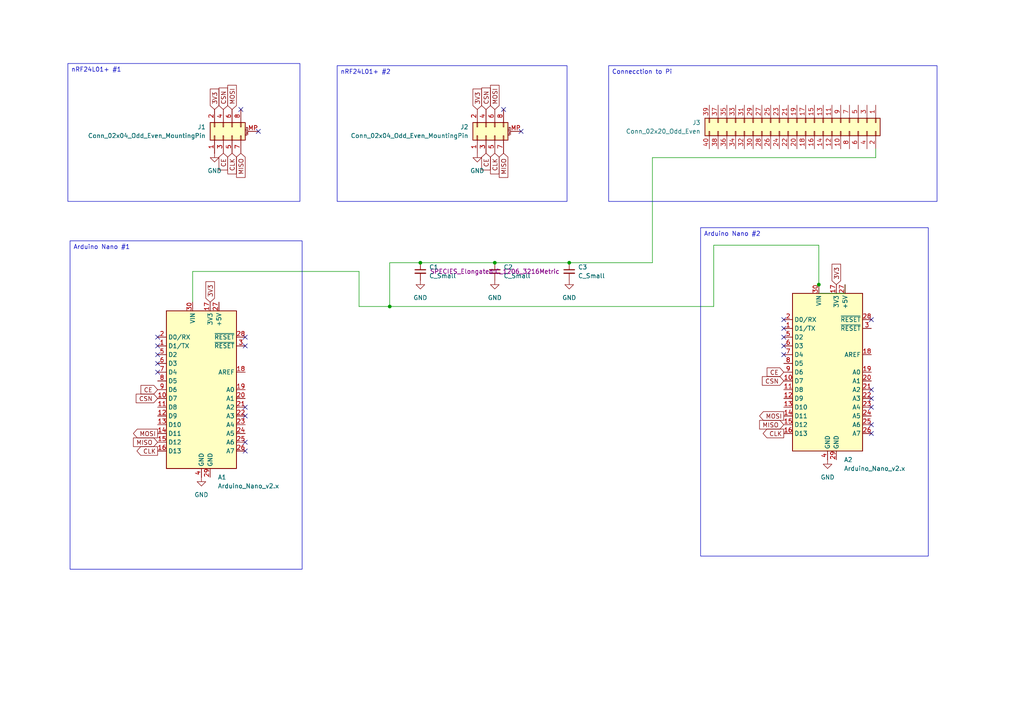
<source format=kicad_sch>
(kicad_sch (version 20231120) (generator "eeschema") (generator_version "8.0")
  (paper "A4")
  (lib_symbols
    (symbol "Connector_Generic:Conn_02x20_Odd_Even" (pin_names (offset 1.016) hide)
      (property "Reference" "J" (at 1.27 25.4 0))
      (property "Value" "Conn_02x20_Odd_Even" (at 1.27 -27.94 0))
      (symbol "Conn_02x20_Odd_Even_1_1"
        (rectangle (start -1.27 -25.273) (end 0 -25.527) (stroke (width 0.1524)))
        (rectangle (start -1.27 -22.733) (end 0 -22.987) (stroke (width 0.1524)))
        (rectangle (start -1.27 -20.193) (end 0 -20.447) (stroke (width 0.1524)))
        (rectangle (start -1.27 -17.653) (end 0 -17.907) (stroke (width 0.1524)))
        (rectangle (start -1.27 -15.113) (end 0 -15.367) (stroke (width 0.1524)))
        (rectangle (start -1.27 -12.573) (end 0 -12.827) (stroke (width 0.1524)))
        (rectangle (start -1.27 -10.033) (end 0 -10.287) (stroke (width 0.1524)))
        (rectangle (start -1.27 -7.493) (end 0 -7.747) (stroke (width 0.1524)))
        (rectangle (start -1.27 -4.953) (end 0 -5.207) (stroke (width 0.1524)))
        (rectangle (start -1.27 -2.413) (end 0 -2.667) (stroke (width 0.1524)))
        (rectangle (start -1.27 0.127) (end 0 -0.127) (stroke (width 0.1524)))
        (rectangle (start -1.27 2.667) (end 0 2.413) (stroke (width 0.1524)))
        (rectangle (start -1.27 5.207) (end 0 4.953) (stroke (width 0.1524)))
        (rectangle (start -1.27 7.747) (end 0 7.493) (stroke (width 0.1524)))
        (rectangle (start -1.27 10.287) (end 0 10.033) (stroke (width 0.1524)))
        (rectangle (start -1.27 12.827) (end 0 12.573) (stroke (width 0.1524)))
        (rectangle (start -1.27 15.367) (end 0 15.113) (stroke (width 0.1524)))
        (rectangle (start -1.27 17.907) (end 0 17.653) (stroke (width 0.1524)))
        (rectangle (start -1.27 20.447) (end 0 20.193) (stroke (width 0.1524)))
        (rectangle (start -1.27 22.987) (end 0 22.733) (stroke (width 0.1524)))
        (rectangle (start -1.27 24.13) (end 3.81 -26.67) (stroke (width 0.254)) (fill (type background)))
        (rectangle (start 3.81 -25.273) (end 2.54 -25.527) (stroke (width 0.1524)))
        (rectangle (start 3.81 -22.733) (end 2.54 -22.987) (stroke (width 0.1524)))
        (rectangle (start 3.81 -20.193) (end 2.54 -20.447) (stroke (width 0.1524)))
        (rectangle (start 3.81 -17.653) (end 2.54 -17.907) (stroke (width 0.1524)))
        (rectangle (start 3.81 -15.113) (end 2.54 -15.367) (stroke (width 0.1524)))
        (rectangle (start 3.81 -12.573) (end 2.54 -12.827) (stroke (width 0.1524)))
        (rectangle (start 3.81 -10.033) (end 2.54 -10.287) (stroke (width 0.1524)))
        (rectangle (start 3.81 -7.493) (end 2.54 -7.747) (stroke (width 0.1524)))
        (rectangle (start 3.81 -4.953) (end 2.54 -5.207) (stroke (width 0.1524)))
        (rectangle (start 3.81 -2.413) (end 2.54 -2.667) (stroke (width 0.1524)))
        (rectangle (start 3.81 0.127) (end 2.54 -0.127) (stroke (width 0.1524)))
        (rectangle (start 3.81 2.667) (end 2.54 2.413) (stroke (width 0.1524)))
        (rectangle (start 3.81 5.207) (end 2.54 4.953) (stroke (width 0.1524)))
        (rectangle (start 3.81 7.747) (end 2.54 7.493) (stroke (width 0.1524)))
        (rectangle (start 3.81 10.287) (end 2.54 10.033) (stroke (width 0.1524)))
        (rectangle (start 3.81 12.827) (end 2.54 12.573) (stroke (width 0.1524)))
        (rectangle (start 3.81 15.367) (end 2.54 15.113) (stroke (width 0.1524)))
        (rectangle (start 3.81 17.907) (end 2.54 17.653) (stroke (width 0.1524)))
        (rectangle (start 3.81 20.447) (end 2.54 20.193) (stroke (width 0.1524)))
        (rectangle (start 3.81 22.987) (end 2.54 22.733) (stroke (width 0.1524)))
        (pin passive line (at -5.08 22.86 0) (length 3.81) (name "Pin_1") (number "1"))
        (pin passive line (at 7.62 12.7 180) (length 3.81) (name "Pin_10") (number "10"))
        (pin passive line (at -5.08 10.16 0) (length 3.81) (name "Pin_11") (number "11"))
        (pin passive line (at 7.62 10.16 180) (length 3.81) (name "Pin_12") (number "12"))
        (pin passive line (at -5.08 7.62 0) (length 3.81) (name "Pin_13") (number "13"))
        (pin passive line (at 7.62 7.62 180) (length 3.81) (name "Pin_14") (number "14"))
        (pin passive line (at -5.08 5.08 0) (length 3.81) (name "Pin_15") (number "15"))
        (pin passive line (at 7.62 5.08 180) (length 3.81) (name "Pin_16") (number "16"))
        (pin passive line (at -5.08 2.54 0) (length 3.81) (name "Pin_17") (number "17"))
        (pin passive line (at 7.62 2.54 180) (length 3.81) (name "Pin_18") (number "18"))
        (pin passive line (at -5.08 0 0) (length 3.81) (name "Pin_19") (number "19"))
        (pin passive line (at 7.62 22.86 180) (length 3.81) (name "Pin_2") (number "2"))
        (pin passive line (at 7.62 0 180) (length 3.81) (name "Pin_20") (number "20"))
        (pin passive line (at -5.08 -2.54 0) (length 3.81) (name "Pin_21") (number "21"))
        (pin passive line (at 7.62 -2.54 180) (length 3.81) (name "Pin_22") (number "22"))
        (pin passive line (at -5.08 -5.08 0) (length 3.81) (name "Pin_23") (number "23"))
        (pin passive line (at 7.62 -5.08 180) (length 3.81) (name "Pin_24") (number "24"))
        (pin passive line (at -5.08 -7.62 0) (length 3.81) (name "Pin_25") (number "25"))
        (pin passive line (at 7.62 -7.62 180) (length 3.81) (name "Pin_26") (number "26"))
        (pin passive line (at -5.08 -10.16 0) (length 3.81) (name "Pin_27") (number "27"))
        (pin passive line (at 7.62 -10.16 180) (length 3.81) (name "Pin_28") (number "28"))
        (pin passive line (at -5.08 -12.7 0) (length 3.81) (name "Pin_29") (number "29"))
        (pin passive line (at -5.08 20.32 0) (length 3.81) (name "Pin_3") (number "3"))
        (pin passive line (at 7.62 -12.7 180) (length 3.81) (name "Pin_30") (number "30"))
        (pin passive line (at -5.08 -15.24 0) (length 3.81) (name "Pin_31") (number "31"))
        (pin passive line (at 7.62 -15.24 180) (length 3.81) (name "Pin_32") (number "32"))
        (pin passive line (at -5.08 -17.78 0) (length 3.81) (name "Pin_33") (number "33"))
        (pin passive line (at 7.62 -17.78 180) (length 3.81) (name "Pin_34") (number "34"))
        (pin passive line (at -5.08 -20.32 0) (length 3.81) (name "Pin_35") (number "35"))
        (pin passive line (at 7.62 -20.32 180) (length 3.81) (name "Pin_36") (number "36"))
        (pin passive line (at -5.08 -22.86 0) (length 3.81) (name "Pin_37") (number "37"))
        (pin passive line (at 7.62 -22.86 180) (length 3.81) (name "Pin_38") (number "38"))
        (pin passive line (at -5.08 -25.4 0) (length 3.81) (name "Pin_39") (number "39"))
        (pin passive line (at 7.62 20.32 180) (length 3.81) (name "Pin_4") (number "4"))
        (pin passive line (at 7.62 -25.4 180) (length 3.81) (name "Pin_40") (number "40"))
        (pin passive line (at -5.08 17.78 0) (length 3.81) (name "Pin_5") (number "5"))
        (pin passive line (at 7.62 17.78 180) (length 3.81) (name "Pin_6") (number "6"))
        (pin passive line (at -5.08 15.24 0) (length 3.81) (name "Pin_7") (number "7"))
        (pin passive line (at 7.62 15.24 180) (length 3.81) (name "Pin_8") (number "8"))
        (pin passive line (at -5.08 12.7 0) (length 3.81) (name "Pin_9") (number "9"))
      )
    )
    (symbol "Connector_Generic_MountingPin:Conn_02x04_Odd_Even_MountingPin" (pin_names (offset 1.016) hide)
      (property "Reference" "J" (at 1.27 5.08 0))
      (property "Value" "Conn_02x04_Odd_Even_MountingPin" (at 2.54 -7.62 0))
      (symbol "Conn_02x04_Odd_Even_MountingPin_1_1"
        (rectangle (start -1.27 -4.953) (end 0 -5.207) (stroke (width 0.1524)))
        (rectangle (start -1.27 -2.413) (end 0 -2.667) (stroke (width 0.1524)))
        (rectangle (start -1.27 0.127) (end 0 -0.127) (stroke (width 0.1524)))
        (rectangle (start -1.27 2.667) (end 0 2.413) (stroke (width 0.1524)))
        (rectangle (start -1.27 3.81) (end 3.81 -6.35) (stroke (width 0.254)) (fill (type background)))
        (polyline (pts (xy 0.254 -7.112) (xy 2.286 -7.112)) (stroke (width 0.1524)))
        (rectangle (start 3.81 -4.953) (end 2.54 -5.207) (stroke (width 0.1524)))
        (rectangle (start 3.81 -2.413) (end 2.54 -2.667) (stroke (width 0.1524)))
        (rectangle (start 3.81 0.127) (end 2.54 -0.127) (stroke (width 0.1524)))
        (rectangle (start 3.81 2.667) (end 2.54 2.413) (stroke (width 0.1524)))
        (text "Mounting" (at 1.27 -6.731 0) (effects (font (size 0.381 0.381))))
        (pin passive line (at -5.08 2.54 0) (length 3.81) (name "Pin_1") (number "1"))
        (pin passive line (at 7.62 2.54 180) (length 3.81) (name "Pin_2") (number "2"))
        (pin passive line (at -5.08 0 0) (length 3.81) (name "Pin_3") (number "3"))
        (pin passive line (at 7.62 0 180) (length 3.81) (name "Pin_4") (number "4"))
        (pin passive line (at -5.08 -2.54 0) (length 3.81) (name "Pin_5") (number "5"))
        (pin passive line (at 7.62 -2.54 180) (length 3.81) (name "Pin_6") (number "6"))
        (pin passive line (at -5.08 -5.08 0) (length 3.81) (name "Pin_7") (number "7"))
        (pin passive line (at 7.62 -5.08 180) (length 3.81) (name "Pin_8") (number "8"))
        (pin passive line (at 1.27 -10.16 90) (length 3.048) (name "MountPin") (number "MP"))
      )
    )
    (symbol "Device:C_Small" (pin_numbers hide) (pin_names (offset 0.254) hide)
      (property "Reference" "C" (at 0.254 1.778 0))
      (property "Value" "C_Small" (at 0.254 -2.032 0))
      (symbol "C_Small_0_1"
        (polyline (pts (xy -1.524 -0.508) (xy 1.524 -0.508)) (stroke (width 0.3302)))
        (polyline (pts (xy -1.524 0.508) (xy 1.524 0.508)) (stroke (width 0.3048)))
      )
      (symbol "C_Small_1_1"
        (pin passive line (at 0 2.54 270) (length 2.032) (name "~") (number "1"))
        (pin passive line (at 0 -2.54 90) (length 2.032) (name "~") (number "2"))
      )
    )
    (symbol "MCU_Module:Arduino_Nano_v2.x"
      (property "Reference" "A" (at -10.16 23.495 0))
      (property "Value" "Arduino_Nano_v2.x" (at 5.08 -24.13 0))
      (symbol "Arduino_Nano_v2.x_0_1"
        (rectangle (start -10.16 22.86) (end 10.16 -22.86) (stroke (width 0.254)) (fill (type background)))
      )
      (symbol "Arduino_Nano_v2.x_1_1"
        (pin bidirectional line (at -12.7 12.7 0) (length 2.54) (name "D1/TX") (number "1"))
        (pin bidirectional line (at -12.7 -2.54 0) (length 2.54) (name "D7") (number "10"))
        (pin bidirectional line (at -12.7 -5.08 0) (length 2.54) (name "D8") (number "11"))
        (pin bidirectional line (at -12.7 -7.62 0) (length 2.54) (name "D9") (number "12"))
        (pin bidirectional line (at -12.7 -10.16 0) (length 2.54) (name "D10") (number "13"))
        (pin bidirectional line (at -12.7 -12.7 0) (length 2.54) (name "D11") (number "14"))
        (pin bidirectional line (at -12.7 -15.24 0) (length 2.54) (name "D12") (number "15"))
        (pin bidirectional line (at -12.7 -17.78 0) (length 2.54) (name "D13") (number "16"))
        (pin power_out line (at 2.54 25.4 270) (length 2.54) (name "3V3") (number "17"))
        (pin input line (at 12.7 5.08 180) (length 2.54) (name "AREF") (number "18"))
        (pin bidirectional line (at 12.7 0 180) (length 2.54) (name "A0") (number "19"))
        (pin bidirectional line (at -12.7 15.24 0) (length 2.54) (name "D0/RX") (number "2"))
        (pin bidirectional line (at 12.7 -2.54 180) (length 2.54) (name "A1") (number "20"))
        (pin bidirectional line (at 12.7 -5.08 180) (length 2.54) (name "A2") (number "21"))
        (pin bidirectional line (at 12.7 -7.62 180) (length 2.54) (name "A3") (number "22"))
        (pin bidirectional line (at 12.7 -10.16 180) (length 2.54) (name "A4") (number "23"))
        (pin bidirectional line (at 12.7 -12.7 180) (length 2.54) (name "A5") (number "24"))
        (pin bidirectional line (at 12.7 -15.24 180) (length 2.54) (name "A6") (number "25"))
        (pin bidirectional line (at 12.7 -17.78 180) (length 2.54) (name "A7") (number "26"))
        (pin power_out line (at 5.08 25.4 270) (length 2.54) (name "+5V") (number "27"))
        (pin input line (at 12.7 15.24 180) (length 2.54) (name "~{RESET}") (number "28"))
        (pin power_in line (at 2.54 -25.4 90) (length 2.54) (name "GND") (number "29"))
        (pin input line (at 12.7 12.7 180) (length 2.54) (name "~{RESET}") (number "3"))
        (pin power_in line (at -2.54 25.4 270) (length 2.54) (name "VIN") (number "30"))
        (pin power_in line (at 0 -25.4 90) (length 2.54) (name "GND") (number "4"))
        (pin bidirectional line (at -12.7 10.16 0) (length 2.54) (name "D2") (number "5"))
        (pin bidirectional line (at -12.7 7.62 0) (length 2.54) (name "D3") (number "6"))
        (pin bidirectional line (at -12.7 5.08 0) (length 2.54) (name "D4") (number "7"))
        (pin bidirectional line (at -12.7 2.54 0) (length 2.54) (name "D5") (number "8"))
        (pin bidirectional line (at -12.7 0 0) (length 2.54) (name "D6") (number "9"))
      )
    )
    (symbol "power:GND" (power) (pin_numbers hide) (pin_names (offset 0) hide)
      (property "Value" "GND" (at 0 -3.81 0))
      (symbol "GND_0_1"
        (polyline (pts (xy 0 0) (xy 0 -1.27) (xy 1.27 -1.27) (xy 0 -2.54) (xy -1.27 -1.27) (xy 0 -1.27)))
      )
      (symbol "GND_1_1"
        (pin power_in line (at 0 0 270) (length 0) (name "~") (number "1"))
      )
    )
  )
  (junction (at 143.51 76.2))
  (junction (at 237.49 82.55))
  (junction (at 121.92 76.2))
  (junction (at 165.1 76.2))
  (junction (at 113.03 88.9))
  (no_connect (at 45.72 100.33))
  (no_connect (at 227.33 95.25))
  (no_connect (at 146.05 31.75))
  (no_connect (at 252.73 92.71))
  (no_connect (at 71.12 97.79))
  (no_connect (at 227.33 97.79))
  (no_connect (at 252.73 125.73))
  (no_connect (at 69.85 31.75))
  (no_connect (at 45.72 105.41))
  (no_connect (at 74.93 38.1))
  (no_connect (at 71.12 120.65))
  (no_connect (at 45.72 102.87))
  (no_connect (at 227.33 92.71))
  (no_connect (at 45.72 107.95))
  (no_connect (at 71.12 130.81))
  (no_connect (at 71.12 128.27))
  (no_connect (at 151.13 38.1))
  (no_connect (at 71.12 100.33))
  (no_connect (at 71.12 118.11))
  (no_connect (at 227.33 100.33))
  (no_connect (at 252.73 113.03))
  (no_connect (at 227.33 102.87))
  (no_connect (at 252.73 123.19))
  (no_connect (at 252.73 118.11))
  (no_connect (at 45.72 97.79))
  (no_connect (at 252.73 115.57))
  (wire (pts (xy 237.49 71.12) (xy 237.49 82.55)))
  (wire (pts (xy 245.11 85.09) (xy 245.11 82.55)))
  (wire (pts (xy 189.23 45.72) (xy 254 45.72)))
  (wire (pts (xy 143.51 76.2) (xy 165.1 76.2)))
  (wire (pts (xy 121.92 76.2) (xy 143.51 76.2)))
  (wire (pts (xy 104.14 78.74) (xy 104.14 88.9)))
  (wire (pts (xy 237.49 85.09) (xy 245.11 85.09)))
  (wire (pts (xy 113.03 76.2) (xy 113.03 88.9)))
  (wire (pts (xy 104.14 88.9) (xy 113.03 88.9)))
  (wire (pts (xy 113.03 88.9) (xy 207.01 88.9)))
  (wire (pts (xy 165.1 76.2) (xy 189.23 76.2)))
  (wire (pts (xy 189.23 76.2) (xy 189.23 45.72)))
  (wire (pts (xy 55.88 78.74) (xy 55.88 87.63)))
  (wire (pts (xy 207.01 88.9) (xy 207.01 71.12)))
  (wire (pts (xy 121.92 76.2) (xy 113.03 76.2)))
  (wire (pts (xy 237.49 82.55) (xy 237.49 85.09)))
  (wire (pts (xy 207.01 71.12) (xy 237.49 71.12)))
  (wire (pts (xy 104.14 78.74) (xy 55.88 78.74)))
  (wire (pts (xy 254 43.18) (xy 254 45.72)))
  (text_box "Arduino Nano #2\n" (at 203.2 66.04 0) (size 66.04 95.25) (effects (font (size 1.27 1.27)) (justify left top)))
  (text_box "Arduino Nano #1\n" (at 20.32 69.85 0) (size 67.31 95.25) (effects (font (size 1.27 1.27)) (justify left top)))
  (text_box "nRF24L01+ #1\n" (at 19.685 18.415 0) (size 67.31 40.005) (effects (font (size 1.27 1.27)) (justify left top)))
  (text_box "nRF24L01+ #2" (at 97.79 19.05 0) (size 66.675 39.37) (effects (font (size 1.27 1.27)) (justify left top)))
  (text_box "Connecction to Pi" (at 176.53 19.05 0) (size 95.25 39.37) (effects (font (size 1.27 1.27)) (justify left top)))
  (global_label "CLK" (shape input) (at 67.31 44.45 270) (property "Intersheetrefs" "${INTERSHEET_REFS}" (effects (hide yes))))
  (global_label "CE" (shape input) (at 64.77 44.45 270) (property "Intersheetrefs" "${INTERSHEET_REFS}" (effects (hide yes))))
  (global_label "3V3" (shape input) (at 62.23 31.75 90) (property "Intersheetrefs" "${INTERSHEET_REFS}" (effects (hide yes))))
  (global_label "MISO" (shape input) (at 69.85 44.45 270) (property "Intersheetrefs" "${INTERSHEET_REFS}" (effects (hide yes))))
  (global_label "MOSI" (shape output) (at 45.72 125.73 180) (property "Intersheetrefs" "${INTERSHEET_REFS}" (effects (hide yes))))
  (global_label "CE" (shape input) (at 227.33 107.95 180) (property "Intersheetrefs" "${INTERSHEET_REFS}" (effects (hide yes))))
  (global_label "MOSI" (shape input) (at 143.51 31.75 90) (property "Intersheetrefs" "${INTERSHEET_REFS}" (effects (hide yes))))
  (global_label "MOSI" (shape output) (at 227.33 120.65 180) (property "Intersheetrefs" "${INTERSHEET_REFS}" (effects (hide yes))))
  (global_label "CLK" (shape output) (at 45.72 130.81 180) (property "Intersheetrefs" "${INTERSHEET_REFS}" (effects (hide yes))))
  (global_label "CSN" (shape input) (at 45.72 115.57 180) (property "Intersheetrefs" "${INTERSHEET_REFS}" (effects (hide yes))))
  (global_label "CSN" (shape input) (at 227.33 110.49 180) (property "Intersheetrefs" "${INTERSHEET_REFS}" (effects (hide yes))))
  (global_label "MISO" (shape input) (at 45.72 128.27 180) (property "Intersheetrefs" "${INTERSHEET_REFS}" (effects (hide yes))))
  (global_label "CE" (shape input) (at 45.72 113.03 180) (property "Intersheetrefs" "${INTERSHEET_REFS}" (effects (hide yes))))
  (global_label "CE" (shape input) (at 140.97 44.45 270) (property "Intersheetrefs" "${INTERSHEET_REFS}" (effects (hide yes))))
  (global_label "3V3" (shape input) (at 138.43 31.75 90) (property "Intersheetrefs" "${INTERSHEET_REFS}" (effects (hide yes))))
  (global_label "MISO" (shape input) (at 146.05 44.45 270) (property "Intersheetrefs" "${INTERSHEET_REFS}" (effects (hide yes))))
  (global_label "CLK" (shape output) (at 227.33 125.73 180) (property "Intersheetrefs" "${INTERSHEET_REFS}" (effects (hide yes))))
  (global_label "3V3" (shape input) (at 60.96 87.63 90) (property "Intersheetrefs" "${INTERSHEET_REFS}" (effects (hide yes))))
  (global_label "CSN" (shape input) (at 64.77 31.75 90) (property "Intersheetrefs" "${INTERSHEET_REFS}" (effects (hide yes))))
  (global_label "3V3" (shape input) (at 242.57 82.55 90) (property "Intersheetrefs" "${INTERSHEET_REFS}" (effects (hide yes))))
  (global_label "CSN" (shape input) (at 140.97 31.75 90) (property "Intersheetrefs" "${INTERSHEET_REFS}" (effects (hide yes))))
  (global_label "MOSI" (shape input) (at 67.31 31.75 90) (property "Intersheetrefs" "${INTERSHEET_REFS}" (effects (hide yes))))
  (global_label "CLK" (shape input) (at 143.51 44.45 270) (property "Intersheetrefs" "${INTERSHEET_REFS}" (effects (hide yes))))
  (global_label "MISO" (shape input) (at 227.33 123.19 180) (property "Intersheetrefs" "${INTERSHEET_REFS}" (effects (hide yes))))
  (symbol (lib_id "Device:C_Small") (at 143.51 78.74 0) (unit 1)
    (property "Reference" "C2" (at 146.05 77.4762 0) (effects (justify left)))
    (property "Value" "C_Small" (at 146.05 80.0162 0) (effects (justify left)))
    (property "Footprint" "SPECIES_Elongated:C_1206_3216Metric" (at 143.51 78.74 0))
    (property "Description" "Unpolarized capacitor, small symbol" (effects (hide yes)))
  )
  (symbol (lib_id "power:GND") (at 58.42 138.43 0) (unit 1)
    (property "Reference" "#PWR03" (effects (hide yes)))
    (property "Value" "GND" (at 58.42 143.51 0))
    (property "Description" "Power symbol creates a global label with name \"GND\" , ground" (effects (hide yes)))
  )
  (symbol (lib_id "power:GND") (at 62.23 44.45 0) (unit 1)
    (property "Reference" "#PWR04" (effects (hide yes)))
    (property "Value" "GND" (at 62.23 49.53 0))
    (property "Description" "Power symbol creates a global label with name \"GND\" , ground" (effects (hide yes)))
  )
  (symbol (lib_id "MCU_Module:Arduino_Nano_v2.x") (at 240.03 107.95 0) (unit 1)
    (property "Reference" "A2" (at 244.7641 133.35 0) (effects (justify left)))
    (property "Value" "Arduino_Nano_v2.x" (at 244.7641 135.89 0) (effects (justify left)))
    (property "Footprint" "Module:Arduino_Nano" (effects (hide yes)))
    (property "Datasheet" "https://www.arduino.cc/en/uploads/Main/ArduinoNanoManual23.pdf" (effects (hide yes)))
    (property "Description" "Arduino Nano v2.x" (effects (hide yes)))
  )
  (symbol (lib_id "power:GND") (at 165.1 81.28 0) (unit 1)
    (property "Reference" "#PWR07" (effects (hide yes)))
    (property "Value" "GND" (at 165.1 86.36 0))
    (property "Description" "Power symbol creates a global label with name \"GND\" , ground" (effects (hide yes)))
  )
  (symbol (lib_id "Connector_Generic_MountingPin:Conn_02x04_Odd_Even_MountingPin") (at 64.77 39.37 90) (unit 1)
    (property "Reference" "J1" (at 59.69 36.8299 90) (effects (justify left)))
    (property "Value" "Conn_02x04_Odd_Even_MountingPin" (at 59.69 39.3699 90) (effects (justify left)))
    (property "Footprint" "Connector_PinSocket_2.54mm:PinSocket_2x04_P2.54mm_Vertical" (effects (hide yes)))
    (property "Description" "Generic connectable mounting pin connector, double row, 02x04, odd/even pin numbering scheme (row 1 odd numbers, row 2 even numbers), script generated (kicad-library-utils/schlib/autogen/connector/)" (effects (hide yes)))
  )
  (symbol (lib_id "Connector_Generic:Conn_02x20_Odd_Even") (at 231.14 35.56 270) (unit 1)
    (property "Reference" "J3" (at 203.2 35.5599 90) (effects (justify right)))
    (property "Value" "Conn_02x20_Odd_Even" (at 203.2 38.0999 90) (effects (justify right)))
    (property "Footprint" "Connector_PinSocket_2.54mm:PinSocket_2x20_P2.54mm_Vertical" (effects (hide yes)))
    (property "Description" "Generic connector, double row, 02x20, odd/even pin numbering scheme (row 1 odd numbers, row 2 even numbers), script generated (kicad-library-utils/schlib/autogen/connector/)" (effects (hide yes)))
  )
  (symbol (lib_id "Device:C_Small") (at 165.1 78.74 0) (unit 1)
    (property "Reference" "C3" (at 167.64 77.4762 0) (effects (justify left)))
    (property "Value" "C_Small" (at 167.64 80.0162 0) (effects (justify left)))
    (property "Footprint" "SPECIES_Elongated:C_1206_3216Metric" (effects (hide yes)))
    (property "Description" "Unpolarized capacitor, small symbol" (effects (hide yes)))
  )
  (symbol (lib_id "Device:C_Small") (at 121.92 78.74 0) (unit 1)
    (property "Reference" "C1" (at 124.46 77.4762 0) (effects (justify left)))
    (property "Value" "C_Small" (at 124.46 80.0162 0) (effects (justify left)))
    (property "Footprint" "SPECIES_Elongated:C_1206_3216Metric" (effects (hide yes)))
    (property "Description" "Unpolarized capacitor, small symbol" (effects (hide yes)))
  )
  (symbol (lib_id "power:GND") (at 121.92 81.28 0) (unit 1)
    (property "Reference" "#PWR05" (effects (hide yes)))
    (property "Value" "GND" (at 121.92 86.36 0))
    (property "Description" "Power symbol creates a global label with name \"GND\" , ground" (effects (hide yes)))
  )
  (symbol (lib_id "power:GND") (at 143.51 81.28 0) (unit 1)
    (property "Reference" "#PWR06" (effects (hide yes)))
    (property "Value" "GND" (at 143.51 86.36 0))
    (property "Description" "Power symbol creates a global label with name \"GND\" , ground" (effects (hide yes)))
  )
  (symbol (lib_id "power:GND") (at 138.43 44.45 0) (unit 1)
    (property "Reference" "#PWR01" (effects (hide yes)))
    (property "Value" "GND" (at 138.43 49.53 0))
    (property "Description" "Power symbol creates a global label with name \"GND\" , ground" (effects (hide yes)))
  )
  (symbol (lib_id "MCU_Module:Arduino_Nano_v2.x") (at 58.42 113.03 0) (unit 1)
    (property "Reference" "A1" (at 63.1541 138.43 0) (effects (justify left)))
    (property "Value" "Arduino_Nano_v2.x" (at 63.1541 140.97 0) (effects (justify left)))
    (property "Footprint" "Module:Arduino_Nano" (effects (hide yes)))
    (property "Datasheet" "https://www.arduino.cc/en/uploads/Main/ArduinoNanoManual23.pdf" (effects (hide yes)))
    (property "Description" "Arduino Nano v2.x" (effects (hide yes)))
  )
  (symbol (lib_id "Connector_Generic_MountingPin:Conn_02x04_Odd_Even_MountingPin") (at 140.97 39.37 90) (unit 1)
    (property "Reference" "J2" (at 135.89 36.8299 90) (effects (justify left)))
    (property "Value" "Conn_02x04_Odd_Even_MountingPin" (at 135.89 39.3699 90) (effects (justify left)))
    (property "Footprint" "Connector_PinSocket_2.54mm:PinSocket_2x04_P2.54mm_Vertical" (effects (hide yes)))
    (property "Description" "Generic connectable mounting pin connector, double row, 02x04, odd/even pin numbering scheme (row 1 odd numbers, row 2 even numbers), script generated (kicad-library-utils/schlib/autogen/connector/)" (effects (hide yes)))
  )
  (symbol (lib_id "power:GND") (at 240.03 133.35 0) (unit 1)
    (property "Reference" "#PWR02" (effects (hide yes)))
    (property "Value" "GND" (at 240.03 138.43 0))
    (property "Description" "Power symbol creates a global label with name \"GND\" , ground" (effects (hide yes)))
  )
)
</source>
